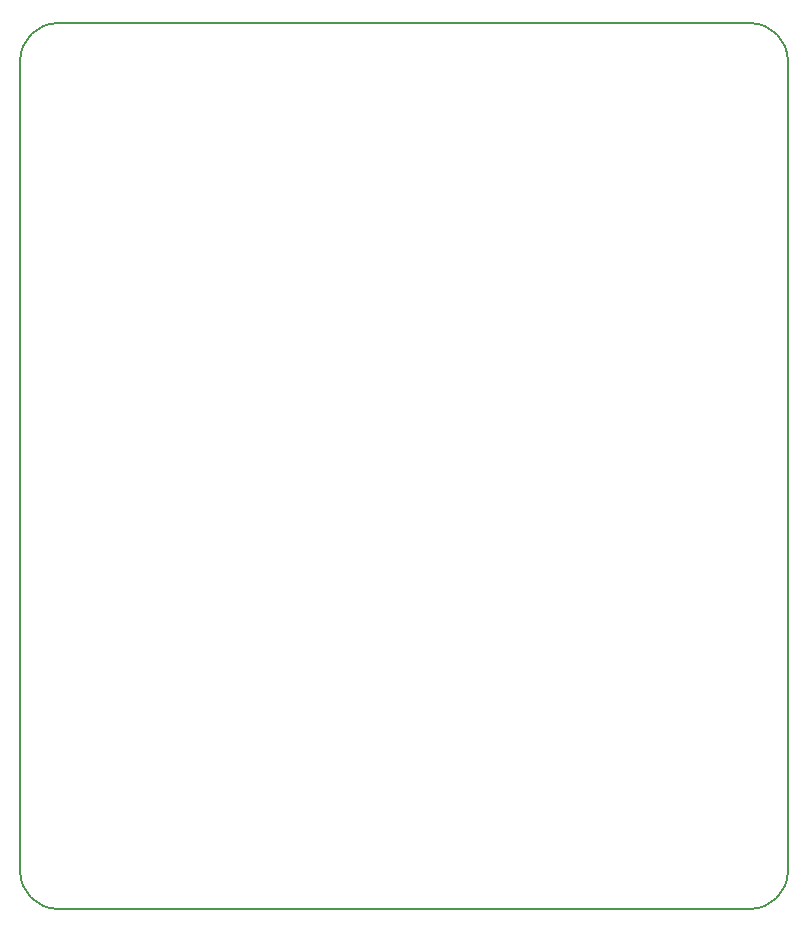
<source format=gbr>
%TF.GenerationSoftware,KiCad,Pcbnew,8.0.2*%
%TF.CreationDate,2024-07-11T10:11:00+02:00*%
%TF.ProjectId,HomeAssistant,486f6d65-4173-4736-9973-74616e742e6b,0.1*%
%TF.SameCoordinates,Original*%
%TF.FileFunction,Profile,NP*%
%FSLAX46Y46*%
G04 Gerber Fmt 4.6, Leading zero omitted, Abs format (unit mm)*
G04 Created by KiCad (PCBNEW 8.0.2) date 2024-07-11 10:11:00*
%MOMM*%
%LPD*%
G01*
G04 APERTURE LIST*
%TA.AperFunction,Profile*%
%ADD10C,0.150000*%
%TD*%
G04 APERTURE END LIST*
D10*
X65000001Y-53150000D02*
G75*
G02*
X68200000Y-49999610I3199999J-50000D01*
G01*
X130000000Y-121850000D02*
G75*
G02*
X126800001Y-125000391I-3200000J50000D01*
G01*
X68150000Y-125000000D02*
X126800001Y-125000390D01*
X126850000Y-50000000D02*
G75*
G02*
X130000391Y-53199999I-50000J-3200000D01*
G01*
X65000001Y-53150000D02*
X64999610Y-121800001D01*
X68150000Y-125000000D02*
G75*
G02*
X64999609Y-121800001I50000J3200000D01*
G01*
X130000000Y-121850000D02*
X130000390Y-53199999D01*
X126850000Y-50000000D02*
X68200000Y-49999610D01*
M02*

</source>
